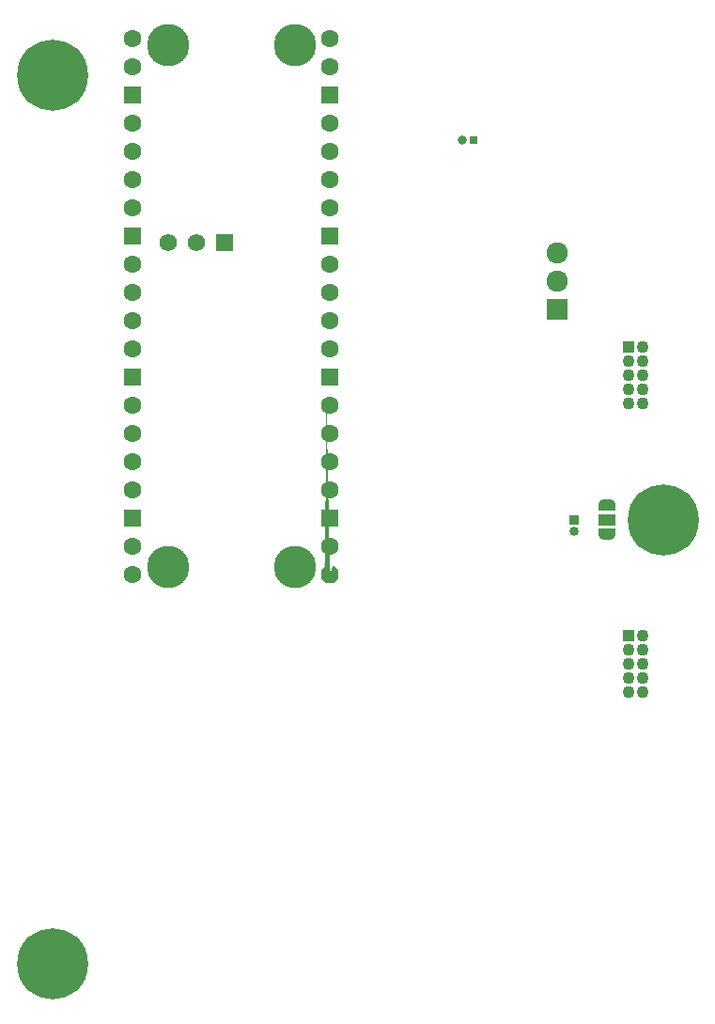
<source format=gbr>
%TF.GenerationSoftware,KiCad,Pcbnew,(6.0.8)*%
%TF.CreationDate,2023-01-02T23:21:26-08:00*%
%TF.ProjectId,picow_ssr_control,7069636f-775f-4737-9372-5f636f6e7472,0.0.8*%
%TF.SameCoordinates,PXfbc520PY6516e80*%
%TF.FileFunction,Soldermask,Bot*%
%TF.FilePolarity,Negative*%
%FSLAX46Y46*%
G04 Gerber Fmt 4.6, Leading zero omitted, Abs format (unit mm)*
G04 Created by KiCad (PCBNEW (6.0.8)) date 2023-01-02 23:21:26*
%MOMM*%
%LPD*%
G01*
G04 APERTURE LIST*
G04 Aperture macros list*
%AMRoundRect*
0 Rectangle with rounded corners*
0 $1 Rounding radius*
0 $2 $3 $4 $5 $6 $7 $8 $9 X,Y pos of 4 corners*
0 Add a 4 corners polygon primitive as box body*
4,1,4,$2,$3,$4,$5,$6,$7,$8,$9,$2,$3,0*
0 Add four circle primitives for the rounded corners*
1,1,$1+$1,$2,$3*
1,1,$1+$1,$4,$5*
1,1,$1+$1,$6,$7*
1,1,$1+$1,$8,$9*
0 Add four rect primitives between the rounded corners*
20,1,$1+$1,$2,$3,$4,$5,0*
20,1,$1+$1,$4,$5,$6,$7,0*
20,1,$1+$1,$6,$7,$8,$9,0*
20,1,$1+$1,$8,$9,$2,$3,0*%
%AMFreePoly0*
4,1,57,0.281438,0.792513,0.314631,0.788760,0.324366,0.782642,0.335575,0.780064,0.361670,0.759195,0.389950,0.741421,0.741668,0.389704,0.759398,0.361385,0.780215,0.335261,0.782772,0.324050,0.788875,0.314303,0.792571,0.281098,0.800000,0.248529,0.800000,-0.248878,0.792513,-0.281438,0.788760,-0.314632,0.782641,-0.324367,0.780064,-0.335575,0.759196,-0.361669,0.741421,-0.389950,
0.389704,-0.741668,0.361385,-0.759398,0.335261,-0.780215,0.324050,-0.782772,0.314303,-0.788875,0.281098,-0.792571,0.248529,-0.800000,-0.248878,-0.800000,-0.281438,-0.792513,-0.314632,-0.788760,-0.324367,-0.782641,-0.335575,-0.780064,-0.361669,-0.759196,-0.389950,-0.741421,-0.741668,-0.389704,-0.759398,-0.361385,-0.780215,-0.335261,-0.782772,-0.324050,-0.788875,-0.314303,-0.792571,-0.281098,
-0.800000,-0.248529,-0.800000,0.248878,-0.792513,0.281438,-0.788760,0.314631,-0.782642,0.324366,-0.780064,0.335575,-0.759195,0.361670,-0.741421,0.389950,-0.389704,0.741668,-0.361385,0.759398,-0.335261,0.780215,-0.324050,0.782772,-0.314303,0.788875,-0.281098,0.792571,-0.248529,0.800000,0.248878,0.800000,0.281438,0.792513,0.281438,0.792513,$1*%
%AMFreePoly1*
4,1,22,0.550000,-0.750000,0.000000,-0.750000,0.000000,-0.745033,-0.079941,-0.743568,-0.215256,-0.701293,-0.333266,-0.622738,-0.424486,-0.514219,-0.481581,-0.384460,-0.499164,-0.250000,-0.500000,-0.250000,-0.500000,0.250000,-0.499164,0.250000,-0.499963,0.256109,-0.478152,0.396186,-0.417904,0.524511,-0.324060,0.630769,-0.204165,0.706417,-0.067858,0.745374,0.000000,0.744959,0.000000,0.750000,
0.550000,0.750000,0.550000,-0.750000,0.550000,-0.750000,$1*%
%AMFreePoly2*
4,1,20,0.000000,0.744959,0.073905,0.744508,0.209726,0.703889,0.328688,0.626782,0.421226,0.519385,0.479903,0.390333,0.500000,0.250000,0.500000,-0.250000,0.499851,-0.262216,0.476331,-0.402017,0.414519,-0.529596,0.319384,-0.634700,0.198574,-0.708877,0.061801,-0.746166,0.000000,-0.745033,0.000000,-0.750000,-0.550000,-0.750000,-0.550000,0.750000,0.000000,0.750000,0.000000,0.744959,
0.000000,0.744959,$1*%
G04 Aperture macros list end*
%ADD10R,0.850000X0.850000*%
%ADD11O,0.850000X0.850000*%
%ADD12C,1.090000*%
%ADD13R,1.090000X1.090000*%
%ADD14C,0.800000*%
%ADD15C,6.400000*%
%ADD16R,0.800000X0.800000*%
%ADD17C,1.920000*%
%ADD18R,1.920000X1.920000*%
%ADD19C,3.800000*%
%ADD20FreePoly0,180.000000*%
%ADD21C,1.600000*%
%ADD22RoundRect,0.200000X0.600000X0.600000X-0.600000X0.600000X-0.600000X-0.600000X0.600000X-0.600000X0*%
%ADD23R,1.574800X1.574800*%
%ADD24C,1.574800*%
%ADD25FreePoly1,270.000000*%
%ADD26R,1.500000X1.000000*%
%ADD27FreePoly2,270.000000*%
G04 APERTURE END LIST*
D10*
%TO.C,JS2*%
X52000000Y45000000D03*
D11*
X52000000Y44000000D03*
%TD*%
D12*
%TO.C,JCNTL2*%
X58135000Y29460000D03*
X56865000Y29460000D03*
X58135000Y30730000D03*
X56865000Y30730000D03*
X58135000Y32000000D03*
X56865000Y32000000D03*
X58135000Y33270000D03*
X56865000Y33270000D03*
X58135000Y34540000D03*
D13*
X56865000Y34540000D03*
%TD*%
D14*
%TO.C,H2*%
X2600000Y5000000D03*
X6697056Y6697056D03*
X3302944Y3302944D03*
X7400000Y5000000D03*
D15*
X5000000Y5000000D03*
D14*
X5000000Y7400000D03*
X5000000Y2600000D03*
X3302944Y6697056D03*
X6697056Y3302944D03*
%TD*%
%TO.C,H1*%
X5000000Y82600000D03*
D15*
X5000000Y85000000D03*
D14*
X7400000Y85000000D03*
X5000000Y87400000D03*
X3302944Y86697056D03*
X2600000Y85000000D03*
X6697056Y86697056D03*
X6697056Y83302944D03*
X3302944Y83302944D03*
%TD*%
%TO.C,JL1*%
X41950000Y79150000D03*
D16*
X42950000Y79150000D03*
%TD*%
D17*
%TO.C,Q1*%
X50500000Y69000000D03*
X50500000Y66460000D03*
D18*
X50500000Y63920000D03*
%TD*%
D12*
%TO.C,JCNTL1*%
X58135000Y55460000D03*
X56865000Y55460000D03*
X58135000Y56730000D03*
X56865000Y56730000D03*
X58135000Y58000000D03*
X56865000Y58000000D03*
X58135000Y59270000D03*
X56865000Y59270000D03*
X58135000Y60540000D03*
D13*
X56865000Y60540000D03*
%TD*%
D14*
%TO.C,H3*%
X60000000Y47400000D03*
X60000000Y42600000D03*
X61697056Y43302944D03*
X58302944Y43302944D03*
X61697056Y46697056D03*
X58302944Y46697056D03*
X62400000Y45000000D03*
X57600000Y45000000D03*
D15*
X60000000Y45000000D03*
%TD*%
D19*
%TO.C,U1*%
X26810000Y87730000D03*
X15410000Y40730000D03*
X26810000Y40730000D03*
X15410000Y87730000D03*
D20*
X30000000Y40100000D03*
D21*
X30000000Y42640000D03*
D22*
X30000000Y45180000D03*
D21*
X30000000Y47720000D03*
X30000000Y50260000D03*
X30000000Y52800000D03*
X30000000Y55340000D03*
D22*
X30000000Y57880000D03*
D21*
X30000000Y60420000D03*
X30000000Y62960000D03*
X30000000Y65500000D03*
X30000000Y68040000D03*
D22*
X30000000Y70580000D03*
D21*
X30000000Y73120000D03*
X30000000Y75660000D03*
X30000000Y78200000D03*
X30000000Y80740000D03*
D22*
X30000000Y83280000D03*
D21*
X30000000Y85820000D03*
X30000000Y88360000D03*
X12220000Y88360000D03*
X12220000Y85820000D03*
D22*
X12220000Y83280000D03*
D21*
X12220000Y80740000D03*
X12220000Y78200000D03*
X12220000Y75660000D03*
X12220000Y73120000D03*
D22*
X12220000Y70580000D03*
D21*
X12220000Y68040000D03*
X12220000Y65500000D03*
X12220000Y62960000D03*
X12220000Y60420000D03*
D22*
X12220000Y57880000D03*
D21*
X12220000Y55340000D03*
X12220000Y52800000D03*
X12220000Y50260000D03*
X12220000Y47720000D03*
D22*
X12220000Y45180000D03*
D21*
X12220000Y42640000D03*
X12220000Y40100000D03*
D23*
X20525800Y69930000D03*
D24*
X17985800Y69930000D03*
X15445800Y69930000D03*
%TD*%
D25*
%TO.C,JS1*%
X55000000Y46300000D03*
D26*
X55000000Y45000000D03*
D27*
X55000000Y43700000D03*
%TD*%
M02*

</source>
